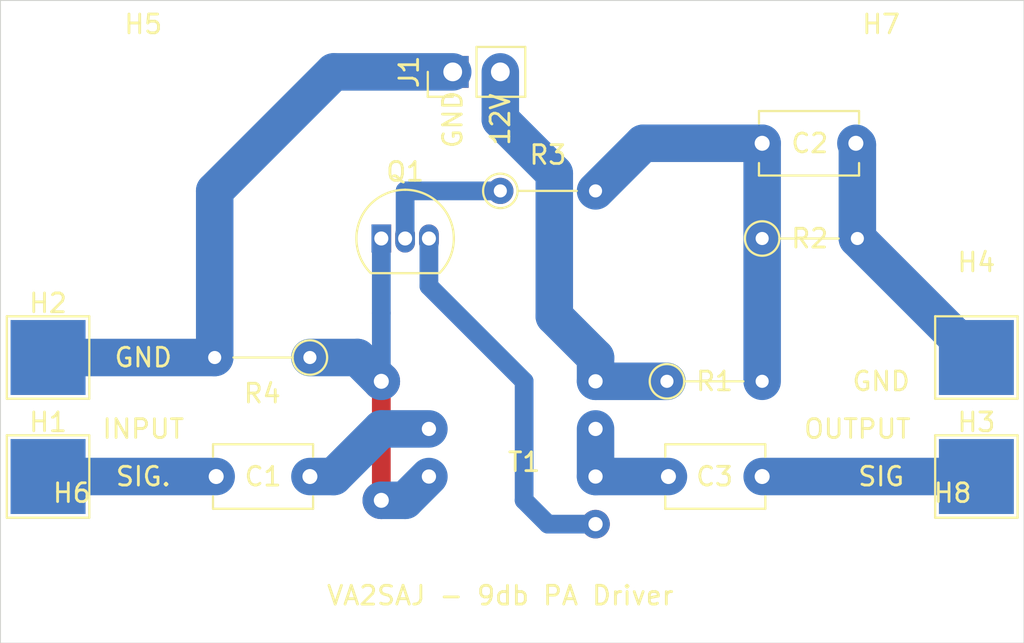
<source format=kicad_pcb>
(kicad_pcb (version 20171130) (host pcbnew "(5.1.5)-3")

  (general
    (thickness 1.6)
    (drawings 13)
    (tracks 42)
    (zones 0)
    (modules 18)
    (nets 11)
  )

  (page A4)
  (layers
    (0 F.Cu signal)
    (31 B.Cu signal)
    (32 B.Adhes user)
    (33 F.Adhes user)
    (34 B.Paste user)
    (35 F.Paste user)
    (36 B.SilkS user)
    (37 F.SilkS user)
    (38 B.Mask user)
    (39 F.Mask user)
    (40 Dwgs.User user)
    (41 Cmts.User user)
    (42 Eco1.User user)
    (43 Eco2.User user)
    (44 Edge.Cuts user)
    (45 Margin user)
    (46 B.CrtYd user)
    (47 F.CrtYd user)
    (48 B.Fab user)
    (49 F.Fab user)
  )

  (setup
    (last_trace_width 2)
    (user_trace_width 1)
    (user_trace_width 2)
    (trace_clearance 0.2)
    (zone_clearance 0.508)
    (zone_45_only no)
    (trace_min 0.2)
    (via_size 0.8)
    (via_drill 0.4)
    (via_min_size 0.4)
    (via_min_drill 0.3)
    (uvia_size 0.3)
    (uvia_drill 0.1)
    (uvias_allowed no)
    (uvia_min_size 0.2)
    (uvia_min_drill 0.1)
    (edge_width 0.05)
    (segment_width 0.2)
    (pcb_text_width 0.3)
    (pcb_text_size 1.5 1.5)
    (mod_edge_width 0.12)
    (mod_text_size 1 1)
    (mod_text_width 0.15)
    (pad_size 4 4)
    (pad_drill 0)
    (pad_to_mask_clearance 0.051)
    (solder_mask_min_width 0.25)
    (aux_axis_origin 0 0)
    (grid_origin 72.39 128.27)
    (visible_elements 7FFFFFFF)
    (pcbplotparams
      (layerselection 0x010fc_ffffffff)
      (usegerberextensions false)
      (usegerberattributes false)
      (usegerberadvancedattributes false)
      (creategerberjobfile false)
      (excludeedgelayer true)
      (linewidth 0.100000)
      (plotframeref false)
      (viasonmask false)
      (mode 1)
      (useauxorigin false)
      (hpglpennumber 1)
      (hpglpenspeed 20)
      (hpglpendiameter 15.000000)
      (psnegative false)
      (psa4output false)
      (plotreference true)
      (plotvalue true)
      (plotinvisibletext false)
      (padsonsilk false)
      (subtractmaskfromsilk false)
      (outputformat 1)
      (mirror false)
      (drillshape 1)
      (scaleselection 1)
      (outputdirectory ""))
  )

  (net 0 "")
  (net 1 "Net-(Q1-Pad1)")
  (net 2 "Net-(Q1-Pad3)")
  (net 3 "Net-(Q1-Pad2)")
  (net 4 "Net-(C1-Pad2)")
  (net 5 "Net-(C1-Pad1)")
  (net 6 GND)
  (net 7 "Net-(C2-Pad1)")
  (net 8 "Net-(C3-Pad2)")
  (net 9 "Net-(C3-Pad1)")
  (net 10 +12V)

  (net_class Default "This is the default net class."
    (clearance 0.2)
    (trace_width 0.25)
    (via_dia 0.8)
    (via_drill 0.4)
    (uvia_dia 0.3)
    (uvia_drill 0.1)
    (add_net +12V)
    (add_net GND)
    (add_net "Net-(C1-Pad1)")
    (add_net "Net-(C1-Pad2)")
    (add_net "Net-(C2-Pad1)")
    (add_net "Net-(C3-Pad1)")
    (add_net "Net-(C3-Pad2)")
    (add_net "Net-(Q1-Pad1)")
    (add_net "Net-(Q1-Pad2)")
    (add_net "Net-(Q1-Pad3)")
  )

  (module MountingHole:MountingHole_3.2mm_M3 (layer F.Cu) (tedit 56D1B4CB) (tstamp 5E65DE91)
    (at 123.19 124.46)
    (descr "Mounting Hole 3.2mm, no annular, M3")
    (tags "mounting hole 3.2mm no annular m3")
    (path /5E671EEE)
    (attr virtual)
    (fp_text reference H8 (at 0 -4.2) (layer F.SilkS)
      (effects (font (size 1 1) (thickness 0.15)))
    )
    (fp_text value M4 (at -3.81 2.54) (layer F.Fab)
      (effects (font (size 1 1) (thickness 0.15)))
    )
    (fp_circle (center 0 0) (end 3.45 0) (layer F.CrtYd) (width 0.05))
    (fp_circle (center 0 0) (end 3.2 0) (layer Cmts.User) (width 0.15))
    (fp_text user %R (at 0.3 0) (layer F.Fab)
      (effects (font (size 1 1) (thickness 0.15)))
    )
    (pad 1 np_thru_hole circle (at 0 0) (size 3.2 3.2) (drill 3.2) (layers *.Cu *.Mask))
  )

  (module MountingHole:MountingHole_3.2mm_M3 (layer F.Cu) (tedit 56D1B4CB) (tstamp 5E65DE89)
    (at 123.19 97.79)
    (descr "Mounting Hole 3.2mm, no annular, M3")
    (tags "mounting hole 3.2mm no annular m3")
    (path /5E671848)
    (attr virtual)
    (fp_text reference H7 (at -3.81 -2.54) (layer F.SilkS)
      (effects (font (size 1 1) (thickness 0.15)))
    )
    (fp_text value M3 (at 0 4.2) (layer F.Fab)
      (effects (font (size 1 1) (thickness 0.15)))
    )
    (fp_circle (center 0 0) (end 3.45 0) (layer F.CrtYd) (width 0.05))
    (fp_circle (center 0 0) (end 3.2 0) (layer Cmts.User) (width 0.15))
    (fp_text user %R (at 0.3 0) (layer F.Fab)
      (effects (font (size 1 1) (thickness 0.15)))
    )
    (pad 1 np_thru_hole circle (at 0 0) (size 3.2 3.2) (drill 3.2) (layers *.Cu *.Mask))
  )

  (module MountingHole:MountingHole_3.2mm_M3 (layer F.Cu) (tedit 56D1B4CB) (tstamp 5E65DE81)
    (at 76.2 124.46)
    (descr "Mounting Hole 3.2mm, no annular, M3")
    (tags "mounting hole 3.2mm no annular m3")
    (path /5E670E6D)
    (attr virtual)
    (fp_text reference H6 (at 0 -4.2) (layer F.SilkS)
      (effects (font (size 1 1) (thickness 0.15)))
    )
    (fp_text value M2 (at 3.81 2.54) (layer F.Fab)
      (effects (font (size 1 1) (thickness 0.15)))
    )
    (fp_circle (center 0 0) (end 3.45 0) (layer F.CrtYd) (width 0.05))
    (fp_circle (center 0 0) (end 3.2 0) (layer Cmts.User) (width 0.15))
    (fp_text user %R (at 0.3 0) (layer F.Fab)
      (effects (font (size 1 1) (thickness 0.15)))
    )
    (pad 1 np_thru_hole circle (at 0 0) (size 3.2 3.2) (drill 3.2) (layers *.Cu *.Mask))
  )

  (module MountingHole:MountingHole_3.2mm_M3 (layer F.Cu) (tedit 56D1B4CB) (tstamp 5E65DE79)
    (at 76.2 97.79)
    (descr "Mounting Hole 3.2mm, no annular, M3")
    (tags "mounting hole 3.2mm no annular m3")
    (path /5E67053F)
    (attr virtual)
    (fp_text reference H5 (at 3.81 -2.54) (layer F.SilkS)
      (effects (font (size 1 1) (thickness 0.15)))
    )
    (fp_text value M1 (at 0 4.2) (layer F.Fab)
      (effects (font (size 1 1) (thickness 0.15)))
    )
    (fp_circle (center 0 0) (end 3.45 0) (layer F.CrtYd) (width 0.05))
    (fp_circle (center 0 0) (end 3.2 0) (layer Cmts.User) (width 0.15))
    (fp_text user %R (at 0.3 0) (layer F.Fab)
      (effects (font (size 1 1) (thickness 0.15)))
    )
    (pad 1 np_thru_hole circle (at 0 0) (size 3.2 3.2) (drill 3.2) (layers *.Cu *.Mask))
  )

  (module Connector_PinHeader_2.54mm:PinHeader_1x02_P2.54mm_Vertical (layer F.Cu) (tedit 59FED5CC) (tstamp 5E655B81)
    (at 96.52 97.79 90)
    (descr "Through hole straight pin header, 1x02, 2.54mm pitch, single row")
    (tags "Through hole pin header THT 1x02 2.54mm single row")
    (path /5E61225F)
    (fp_text reference J1 (at 0 -2.33 90) (layer F.SilkS)
      (effects (font (size 1 1) (thickness 0.15)))
    )
    (fp_text value "Power Connector" (at 2.54 1.27) (layer F.Fab)
      (effects (font (size 1 1) (thickness 0.15)))
    )
    (fp_text user %R (at 0 1.27) (layer F.Fab)
      (effects (font (size 1 1) (thickness 0.15)))
    )
    (fp_line (start 1.8 -1.8) (end -1.8 -1.8) (layer F.CrtYd) (width 0.05))
    (fp_line (start 1.8 4.35) (end 1.8 -1.8) (layer F.CrtYd) (width 0.05))
    (fp_line (start -1.8 4.35) (end 1.8 4.35) (layer F.CrtYd) (width 0.05))
    (fp_line (start -1.8 -1.8) (end -1.8 4.35) (layer F.CrtYd) (width 0.05))
    (fp_line (start -1.33 -1.33) (end 0 -1.33) (layer F.SilkS) (width 0.12))
    (fp_line (start -1.33 0) (end -1.33 -1.33) (layer F.SilkS) (width 0.12))
    (fp_line (start -1.33 1.27) (end 1.33 1.27) (layer F.SilkS) (width 0.12))
    (fp_line (start 1.33 1.27) (end 1.33 3.87) (layer F.SilkS) (width 0.12))
    (fp_line (start -1.33 1.27) (end -1.33 3.87) (layer F.SilkS) (width 0.12))
    (fp_line (start -1.33 3.87) (end 1.33 3.87) (layer F.SilkS) (width 0.12))
    (fp_line (start -1.27 -0.635) (end -0.635 -1.27) (layer F.Fab) (width 0.1))
    (fp_line (start -1.27 3.81) (end -1.27 -0.635) (layer F.Fab) (width 0.1))
    (fp_line (start 1.27 3.81) (end -1.27 3.81) (layer F.Fab) (width 0.1))
    (fp_line (start 1.27 -1.27) (end 1.27 3.81) (layer F.Fab) (width 0.1))
    (fp_line (start -0.635 -1.27) (end 1.27 -1.27) (layer F.Fab) (width 0.1))
    (pad 2 thru_hole oval (at 0 2.54 90) (size 1.7 1.7) (drill 1) (layers *.Cu *.Mask)
      (net 10 +12V))
    (pad 1 thru_hole rect (at 0 0 90) (size 1.7 1.7) (drill 1) (layers *.Cu *.Mask)
      (net 6 GND))
    (model ${KISYS3DMOD}/Connector_PinHeader_2.54mm.3dshapes/PinHeader_1x02_P2.54mm_Vertical.wrl
      (at (xyz 0 0 0))
      (scale (xyz 1 1 1))
      (rotate (xyz 0 0 0))
    )
  )

  (module Resistor_THT:R_Axial_DIN0204_L3.6mm_D1.6mm_P5.08mm_Vertical (layer F.Cu) (tedit 5AE5139B) (tstamp 5E655C01)
    (at 88.9 113.03 180)
    (descr "Resistor, Axial_DIN0204 series, Axial, Vertical, pin pitch=5.08mm, 0.167W, length*diameter=3.6*1.6mm^2, http://cdn-reichelt.de/documents/datenblatt/B400/1_4W%23YAG.pdf")
    (tags "Resistor Axial_DIN0204 series Axial Vertical pin pitch 5.08mm 0.167W length 3.6mm diameter 1.6mm")
    (path /5E5F0B81)
    (fp_text reference R4 (at 2.54 -1.92) (layer F.SilkS)
      (effects (font (size 1 1) (thickness 0.15)))
    )
    (fp_text value 47ohm (at 2.54 1.92) (layer F.Fab)
      (effects (font (size 1 1) (thickness 0.15)))
    )
    (fp_text user %R (at 2.54 -1.92) (layer F.Fab)
      (effects (font (size 1 1) (thickness 0.15)))
    )
    (fp_line (start 6.03 -1.05) (end -1.05 -1.05) (layer F.CrtYd) (width 0.05))
    (fp_line (start 6.03 1.05) (end 6.03 -1.05) (layer F.CrtYd) (width 0.05))
    (fp_line (start -1.05 1.05) (end 6.03 1.05) (layer F.CrtYd) (width 0.05))
    (fp_line (start -1.05 -1.05) (end -1.05 1.05) (layer F.CrtYd) (width 0.05))
    (fp_line (start 0.92 0) (end 4.08 0) (layer F.SilkS) (width 0.12))
    (fp_line (start 0 0) (end 5.08 0) (layer F.Fab) (width 0.1))
    (fp_circle (center 0 0) (end 0.92 0) (layer F.SilkS) (width 0.12))
    (fp_circle (center 0 0) (end 0.8 0) (layer F.Fab) (width 0.1))
    (pad 2 thru_hole oval (at 5.08 0 180) (size 1.4 1.4) (drill 0.7) (layers *.Cu *.Mask)
      (net 6 GND))
    (pad 1 thru_hole circle (at 0 0 180) (size 1.4 1.4) (drill 0.7) (layers *.Cu *.Mask)
      (net 1 "Net-(Q1-Pad1)"))
    (model ${KISYS3DMOD}/Resistor_THT.3dshapes/R_Axial_DIN0204_L3.6mm_D1.6mm_P5.08mm_Vertical.wrl
      (at (xyz 0 0 0))
      (scale (xyz 1 1 1))
      (rotate (xyz 0 0 0))
    )
  )

  (module Resistor_THT:R_Axial_DIN0204_L3.6mm_D1.6mm_P5.08mm_Vertical (layer F.Cu) (tedit 5AE5139B) (tstamp 5E655BF2)
    (at 99.06 104.14)
    (descr "Resistor, Axial_DIN0204 series, Axial, Vertical, pin pitch=5.08mm, 0.167W, length*diameter=3.6*1.6mm^2, http://cdn-reichelt.de/documents/datenblatt/B400/1_4W%23YAG.pdf")
    (tags "Resistor Axial_DIN0204 series Axial Vertical pin pitch 5.08mm 0.167W length 3.6mm diameter 1.6mm")
    (path /5E5F110C)
    (fp_text reference R3 (at 2.54 -1.92) (layer F.SilkS)
      (effects (font (size 1 1) (thickness 0.15)))
    )
    (fp_text value "4.7 ohm" (at 2.54 1.92) (layer F.Fab)
      (effects (font (size 1 1) (thickness 0.15)))
    )
    (fp_text user %R (at 2.54 -1.92) (layer F.Fab)
      (effects (font (size 1 1) (thickness 0.15)))
    )
    (fp_line (start 6.03 -1.05) (end -1.05 -1.05) (layer F.CrtYd) (width 0.05))
    (fp_line (start 6.03 1.05) (end 6.03 -1.05) (layer F.CrtYd) (width 0.05))
    (fp_line (start -1.05 1.05) (end 6.03 1.05) (layer F.CrtYd) (width 0.05))
    (fp_line (start -1.05 -1.05) (end -1.05 1.05) (layer F.CrtYd) (width 0.05))
    (fp_line (start 0.92 0) (end 4.08 0) (layer F.SilkS) (width 0.12))
    (fp_line (start 0 0) (end 5.08 0) (layer F.Fab) (width 0.1))
    (fp_circle (center 0 0) (end 0.92 0) (layer F.SilkS) (width 0.12))
    (fp_circle (center 0 0) (end 0.8 0) (layer F.Fab) (width 0.1))
    (pad 2 thru_hole oval (at 5.08 0) (size 1.4 1.4) (drill 0.7) (layers *.Cu *.Mask)
      (net 7 "Net-(C2-Pad1)"))
    (pad 1 thru_hole circle (at 0 0) (size 1.4 1.4) (drill 0.7) (layers *.Cu *.Mask)
      (net 3 "Net-(Q1-Pad2)"))
    (model ${KISYS3DMOD}/Resistor_THT.3dshapes/R_Axial_DIN0204_L3.6mm_D1.6mm_P5.08mm_Vertical.wrl
      (at (xyz 0 0 0))
      (scale (xyz 1 1 1))
      (rotate (xyz 0 0 0))
    )
  )

  (module Resistor_THT:R_Axial_DIN0204_L3.6mm_D1.6mm_P5.08mm_Vertical (layer F.Cu) (tedit 5AE5139B) (tstamp 5E655BE3)
    (at 113.03 106.68)
    (descr "Resistor, Axial_DIN0204 series, Axial, Vertical, pin pitch=5.08mm, 0.167W, length*diameter=3.6*1.6mm^2, http://cdn-reichelt.de/documents/datenblatt/B400/1_4W%23YAG.pdf")
    (tags "Resistor Axial_DIN0204 series Axial Vertical pin pitch 5.08mm 0.167W length 3.6mm diameter 1.6mm")
    (path /5E5F0546)
    (fp_text reference R2 (at 2.54 0) (layer F.SilkS)
      (effects (font (size 1 1) (thickness 0.15)))
    )
    (fp_text value 1k (at 2.54 1.92) (layer F.Fab)
      (effects (font (size 1 1) (thickness 0.15)))
    )
    (fp_text user %R (at 2.54 0) (layer F.Fab)
      (effects (font (size 1 1) (thickness 0.15)))
    )
    (fp_line (start 6.03 -1.05) (end -1.05 -1.05) (layer F.CrtYd) (width 0.05))
    (fp_line (start 6.03 1.05) (end 6.03 -1.05) (layer F.CrtYd) (width 0.05))
    (fp_line (start -1.05 1.05) (end 6.03 1.05) (layer F.CrtYd) (width 0.05))
    (fp_line (start -1.05 -1.05) (end -1.05 1.05) (layer F.CrtYd) (width 0.05))
    (fp_line (start 0.92 0) (end 4.08 0) (layer F.SilkS) (width 0.12))
    (fp_line (start 0 0) (end 5.08 0) (layer F.Fab) (width 0.1))
    (fp_circle (center 0 0) (end 0.92 0) (layer F.SilkS) (width 0.12))
    (fp_circle (center 0 0) (end 0.8 0) (layer F.Fab) (width 0.1))
    (pad 2 thru_hole oval (at 5.08 0) (size 1.4 1.4) (drill 0.7) (layers *.Cu *.Mask)
      (net 6 GND))
    (pad 1 thru_hole circle (at 0 0) (size 1.4 1.4) (drill 0.7) (layers *.Cu *.Mask)
      (net 7 "Net-(C2-Pad1)"))
    (model ${KISYS3DMOD}/Resistor_THT.3dshapes/R_Axial_DIN0204_L3.6mm_D1.6mm_P5.08mm_Vertical.wrl
      (at (xyz 0 0 0))
      (scale (xyz 1 1 1))
      (rotate (xyz 0 0 0))
    )
  )

  (module Resistor_THT:R_Axial_DIN0204_L3.6mm_D1.6mm_P5.08mm_Vertical (layer F.Cu) (tedit 5AE5139B) (tstamp 5E655BD4)
    (at 107.95 114.3)
    (descr "Resistor, Axial_DIN0204 series, Axial, Vertical, pin pitch=5.08mm, 0.167W, length*diameter=3.6*1.6mm^2, http://cdn-reichelt.de/documents/datenblatt/B400/1_4W%23YAG.pdf")
    (tags "Resistor Axial_DIN0204 series Axial Vertical pin pitch 5.08mm 0.167W length 3.6mm diameter 1.6mm")
    (path /5E5EFD5B)
    (fp_text reference R1 (at 2.54 0) (layer F.SilkS)
      (effects (font (size 1 1) (thickness 0.15)))
    )
    (fp_text value 3.9k (at 2.54 1.92) (layer F.Fab)
      (effects (font (size 1 1) (thickness 0.15)))
    )
    (fp_text user %R (at 2.54 0) (layer F.Fab)
      (effects (font (size 1 1) (thickness 0.15)))
    )
    (fp_line (start 6.03 -1.05) (end -1.05 -1.05) (layer F.CrtYd) (width 0.05))
    (fp_line (start 6.03 1.05) (end 6.03 -1.05) (layer F.CrtYd) (width 0.05))
    (fp_line (start -1.05 1.05) (end 6.03 1.05) (layer F.CrtYd) (width 0.05))
    (fp_line (start -1.05 -1.05) (end -1.05 1.05) (layer F.CrtYd) (width 0.05))
    (fp_line (start 0.92 0) (end 4.08 0) (layer F.SilkS) (width 0.12))
    (fp_line (start 0 0) (end 5.08 0) (layer F.Fab) (width 0.1))
    (fp_circle (center 0 0) (end 0.92 0) (layer F.SilkS) (width 0.12))
    (fp_circle (center 0 0) (end 0.8 0) (layer F.Fab) (width 0.1))
    (pad 2 thru_hole oval (at 5.08 0) (size 1.4 1.4) (drill 0.7) (layers *.Cu *.Mask)
      (net 7 "Net-(C2-Pad1)"))
    (pad 1 thru_hole circle (at 0 0) (size 1.4 1.4) (drill 0.7) (layers *.Cu *.Mask)
      (net 10 +12V))
    (model ${KISYS3DMOD}/Resistor_THT.3dshapes/R_Axial_DIN0204_L3.6mm_D1.6mm_P5.08mm_Vertical.wrl
      (at (xyz 0 0 0))
      (scale (xyz 1 1 1))
      (rotate (xyz 0 0 0))
    )
  )

  (module "pa-driver:Transformer2 1p 2s Binocular" (layer F.Cu) (tedit 5E652703) (tstamp 5E655C89)
    (at 100.33 118.11)
    (path /5E5F77E7)
    (fp_text reference T1 (at 0 0.5) (layer F.SilkS)
      (effects (font (size 1 1) (thickness 0.15)))
    )
    (fp_text value Transformer_1P_2S (at 0 -6.35) (layer F.Fab)
      (effects (font (size 1 1) (thickness 0.15)))
    )
    (fp_line (start 6.35 -5.08) (end -6.35 -5.08) (layer F.Fab) (width 0.12))
    (fp_line (start 6.35 5.08) (end 6.35 -5.08) (layer F.Fab) (width 0.12))
    (fp_line (start -6.35 5.08) (end 6.35 5.08) (layer F.Fab) (width 0.12))
    (fp_line (start -6.35 -5.08) (end -6.35 5.08) (layer F.Fab) (width 0.12))
    (fp_text user 6 (at 5.08 3.81) (layer F.Fab)
      (effects (font (size 1 1) (thickness 0.15)))
    )
    (fp_text user 5 (at 5.08 1.27) (layer F.Fab)
      (effects (font (size 1 1) (thickness 0.15)))
    )
    (fp_text user 4 (at 5.08 -1.27) (layer F.Fab)
      (effects (font (size 1 1) (thickness 0.15)))
    )
    (fp_text user 3 (at 5.08 -3.81) (layer F.Fab)
      (effects (font (size 1 1) (thickness 0.15)))
    )
    (fp_text user 2 (at -3.81 1.27) (layer F.Fab)
      (effects (font (size 1 1) (thickness 0.15)))
    )
    (fp_text user 1 (at -3.81 -1.27) (layer F.Fab)
      (effects (font (size 1 1) (thickness 0.15)))
    )
    (pad 6 thru_hole circle (at 3.81 3.81) (size 1.524 1.524) (drill 0.762) (layers *.Cu *.Mask)
      (net 2 "Net-(Q1-Pad3)"))
    (pad 5 thru_hole circle (at 3.81 1.27) (size 1.524 1.524) (drill 0.762) (layers *.Cu *.Mask)
      (net 8 "Net-(C3-Pad2)"))
    (pad 4 thru_hole circle (at 3.81 -1.27) (size 1.524 1.524) (drill 0.762) (layers *.Cu *.Mask)
      (net 8 "Net-(C3-Pad2)"))
    (pad 3 thru_hole circle (at 3.81 -3.81) (size 1.524 1.524) (drill 0.762) (layers *.Cu *.Mask)
      (net 10 +12V))
    (pad 2 thru_hole circle (at -5.08 1.27) (size 1.524 1.524) (drill 0.762) (layers *.Cu *.Mask)
      (net 1 "Net-(Q1-Pad1)"))
    (pad 1 thru_hole circle (at -5.08 -1.27) (size 1.524 1.524) (drill 0.762) (layers *.Cu *.Mask)
      (net 5 "Net-(C1-Pad1)"))
  )

  (module TestPoint:TestPoint_Pad_4.0x4.0mm (layer F.Cu) (tedit 5E6528D5) (tstamp 5E655B4E)
    (at 124.46 113.03)
    (descr "SMD rectangular pad as test Point, square 4.0mm side length")
    (tags "test point SMD pad rectangle square")
    (path /5E608EA9)
    (attr virtual)
    (fp_text reference H4 (at 0 -5.08) (layer F.SilkS)
      (effects (font (size 1 1) (thickness 0.15)))
    )
    (fp_text value GND (at -5.08 1.27) (layer F.Fab)
      (effects (font (size 1 1) (thickness 0.15)))
    )
    (fp_line (start 2.5 2.5) (end -2.5 2.5) (layer F.CrtYd) (width 0.05))
    (fp_line (start 2.5 2.5) (end 2.5 -2.5) (layer F.CrtYd) (width 0.05))
    (fp_line (start -2.5 -2.5) (end -2.5 2.5) (layer F.CrtYd) (width 0.05))
    (fp_line (start -2.5 -2.5) (end 2.5 -2.5) (layer F.CrtYd) (width 0.05))
    (fp_line (start -2.2 2.2) (end -2.2 -2.2) (layer F.SilkS) (width 0.12))
    (fp_line (start 2.2 2.2) (end -2.2 2.2) (layer F.SilkS) (width 0.12))
    (fp_line (start 2.2 -2.2) (end 2.2 2.2) (layer F.SilkS) (width 0.12))
    (fp_line (start -2.2 -2.2) (end 2.2 -2.2) (layer F.SilkS) (width 0.12))
    (fp_text user %R (at 0 -5.08) (layer F.Fab)
      (effects (font (size 1 1) (thickness 0.15)))
    )
    (pad 1 smd rect (at 0 0) (size 4 4) (layers B.Cu B.Mask)
      (net 6 GND))
  )

  (module TestPoint:TestPoint_Pad_4.0x4.0mm (layer F.Cu) (tedit 5E6528CB) (tstamp 5E655B40)
    (at 124.46 119.38)
    (descr "SMD rectangular pad as test Point, square 4.0mm side length")
    (tags "test point SMD pad rectangle square")
    (path /5E6085AB)
    (attr virtual)
    (fp_text reference H3 (at 0 -2.898) (layer F.SilkS)
      (effects (font (size 1 1) (thickness 0.15)))
    )
    (fp_text value Out-sig (at -5.08 2.54) (layer F.Fab)
      (effects (font (size 1 1) (thickness 0.15)))
    )
    (fp_line (start 2.5 2.5) (end -2.5 2.5) (layer F.CrtYd) (width 0.05))
    (fp_line (start 2.5 2.5) (end 2.5 -2.5) (layer F.CrtYd) (width 0.05))
    (fp_line (start -2.5 -2.5) (end -2.5 2.5) (layer F.CrtYd) (width 0.05))
    (fp_line (start -2.5 -2.5) (end 2.5 -2.5) (layer F.CrtYd) (width 0.05))
    (fp_line (start -2.2 2.2) (end -2.2 -2.2) (layer F.SilkS) (width 0.12))
    (fp_line (start 2.2 2.2) (end -2.2 2.2) (layer F.SilkS) (width 0.12))
    (fp_line (start 2.2 -2.2) (end 2.2 2.2) (layer F.SilkS) (width 0.12))
    (fp_line (start -2.2 -2.2) (end 2.2 -2.2) (layer F.SilkS) (width 0.12))
    (fp_text user %R (at 0 -2.9) (layer F.Fab)
      (effects (font (size 1 1) (thickness 0.15)))
    )
    (pad 1 smd rect (at 0 0) (size 4 4) (layers B.Cu B.Mask)
      (net 9 "Net-(C3-Pad1)"))
  )

  (module TestPoint:TestPoint_Pad_4.0x4.0mm (layer F.Cu) (tedit 5E6528E5) (tstamp 5E655B32)
    (at 74.93 113.03)
    (descr "SMD rectangular pad as test Point, square 4.0mm side length")
    (tags "test point SMD pad rectangle square")
    (path /5E607FA9)
    (attr virtual)
    (fp_text reference H2 (at 0 -2.898) (layer F.SilkS)
      (effects (font (size 1 1) (thickness 0.15)))
    )
    (fp_text value "GND Sig" (at 1.27 -5.08) (layer F.Fab)
      (effects (font (size 1 1) (thickness 0.15)))
    )
    (fp_line (start 2.5 2.5) (end -2.5 2.5) (layer F.CrtYd) (width 0.05))
    (fp_line (start 2.5 2.5) (end 2.5 -2.5) (layer F.CrtYd) (width 0.05))
    (fp_line (start -2.5 -2.5) (end -2.5 2.5) (layer F.CrtYd) (width 0.05))
    (fp_line (start -2.5 -2.5) (end 2.5 -2.5) (layer F.CrtYd) (width 0.05))
    (fp_line (start -2.2 2.2) (end -2.2 -2.2) (layer F.SilkS) (width 0.12))
    (fp_line (start 2.2 2.2) (end -2.2 2.2) (layer F.SilkS) (width 0.12))
    (fp_line (start 2.2 -2.2) (end 2.2 2.2) (layer F.SilkS) (width 0.12))
    (fp_line (start -2.2 -2.2) (end 2.2 -2.2) (layer F.SilkS) (width 0.12))
    (fp_text user %R (at 0 -2.9) (layer F.Fab)
      (effects (font (size 1 1) (thickness 0.15)))
    )
    (pad 1 smd rect (at 0 0) (size 4 4) (layers B.Cu B.Mask)
      (net 6 GND))
  )

  (module TestPoint:TestPoint_Pad_4.0x4.0mm (layer F.Cu) (tedit 5E652908) (tstamp 5E655B24)
    (at 74.93 119.38)
    (descr "SMD rectangular pad as test Point, square 4.0mm side length")
    (tags "test point SMD pad rectangle square")
    (path /5E607763)
    (attr virtual)
    (fp_text reference H1 (at 0 -2.898) (layer F.SilkS)
      (effects (font (size 1 1) (thickness 0.15)))
    )
    (fp_text value In-Sig (at 5.08 2.54) (layer F.Fab)
      (effects (font (size 1 1) (thickness 0.15)))
    )
    (fp_line (start 2.5 2.5) (end -2.5 2.5) (layer F.CrtYd) (width 0.05))
    (fp_line (start 2.5 2.5) (end 2.5 -2.5) (layer F.CrtYd) (width 0.05))
    (fp_line (start -2.5 -2.5) (end -2.5 2.5) (layer F.CrtYd) (width 0.05))
    (fp_line (start -2.5 -2.5) (end 2.5 -2.5) (layer F.CrtYd) (width 0.05))
    (fp_line (start -2.2 2.2) (end -2.2 -2.2) (layer F.SilkS) (width 0.12))
    (fp_line (start 2.2 2.2) (end -2.2 2.2) (layer F.SilkS) (width 0.12))
    (fp_line (start 2.2 -2.2) (end 2.2 2.2) (layer F.SilkS) (width 0.12))
    (fp_line (start -2.2 -2.2) (end 2.2 -2.2) (layer F.SilkS) (width 0.12))
    (fp_text user %R (at 0 -2.9) (layer F.Fab)
      (effects (font (size 1 1) (thickness 0.15)))
    )
    (pad 1 smd rect (at 0 0) (size 4 4) (layers B.Cu B.Mask)
      (net 4 "Net-(C1-Pad2)"))
  )

  (module Capacitor_THT:C_Disc_D5.1mm_W3.2mm_P5.00mm (layer F.Cu) (tedit 5AE50EF0) (tstamp 5E655B16)
    (at 113.03 119.38 180)
    (descr "C, Disc series, Radial, pin pitch=5.00mm, , diameter*width=5.1*3.2mm^2, Capacitor, http://www.vishay.com/docs/45233/krseries.pdf")
    (tags "C Disc series Radial pin pitch 5.00mm  diameter 5.1mm width 3.2mm Capacitor")
    (path /5E5F4293)
    (fp_text reference C3 (at 2.54 0) (layer F.SilkS)
      (effects (font (size 1 1) (thickness 0.15)))
    )
    (fp_text value 100nf (at 2.54 -2.54) (layer F.Fab)
      (effects (font (size 1 1) (thickness 0.15)))
    )
    (fp_text user %R (at 2.5 0) (layer F.Fab)
      (effects (font (size 1 1) (thickness 0.15)))
    )
    (fp_line (start 6.05 -1.85) (end -1.05 -1.85) (layer F.CrtYd) (width 0.05))
    (fp_line (start 6.05 1.85) (end 6.05 -1.85) (layer F.CrtYd) (width 0.05))
    (fp_line (start -1.05 1.85) (end 6.05 1.85) (layer F.CrtYd) (width 0.05))
    (fp_line (start -1.05 -1.85) (end -1.05 1.85) (layer F.CrtYd) (width 0.05))
    (fp_line (start 5.17 1.055) (end 5.17 1.721) (layer F.SilkS) (width 0.12))
    (fp_line (start 5.17 -1.721) (end 5.17 -1.055) (layer F.SilkS) (width 0.12))
    (fp_line (start -0.17 1.055) (end -0.17 1.721) (layer F.SilkS) (width 0.12))
    (fp_line (start -0.17 -1.721) (end -0.17 -1.055) (layer F.SilkS) (width 0.12))
    (fp_line (start -0.17 1.721) (end 5.17 1.721) (layer F.SilkS) (width 0.12))
    (fp_line (start -0.17 -1.721) (end 5.17 -1.721) (layer F.SilkS) (width 0.12))
    (fp_line (start 5.05 -1.6) (end -0.05 -1.6) (layer F.Fab) (width 0.1))
    (fp_line (start 5.05 1.6) (end 5.05 -1.6) (layer F.Fab) (width 0.1))
    (fp_line (start -0.05 1.6) (end 5.05 1.6) (layer F.Fab) (width 0.1))
    (fp_line (start -0.05 -1.6) (end -0.05 1.6) (layer F.Fab) (width 0.1))
    (pad 2 thru_hole circle (at 5 0 180) (size 1.6 1.6) (drill 0.8) (layers *.Cu *.Mask)
      (net 8 "Net-(C3-Pad2)"))
    (pad 1 thru_hole circle (at 0 0 180) (size 1.6 1.6) (drill 0.8) (layers *.Cu *.Mask)
      (net 9 "Net-(C3-Pad1)"))
    (model ${KISYS3DMOD}/Capacitor_THT.3dshapes/C_Disc_D5.1mm_W3.2mm_P5.00mm.wrl
      (at (xyz 0 0 0))
      (scale (xyz 1 1 1))
      (rotate (xyz 0 0 0))
    )
  )

  (module Capacitor_THT:C_Disc_D5.1mm_W3.2mm_P5.00mm (layer F.Cu) (tedit 5AE50EF0) (tstamp 5E655B01)
    (at 113.03 101.6)
    (descr "C, Disc series, Radial, pin pitch=5.00mm, , diameter*width=5.1*3.2mm^2, Capacitor, http://www.vishay.com/docs/45233/krseries.pdf")
    (tags "C Disc series Radial pin pitch 5.00mm  diameter 5.1mm width 3.2mm Capacitor")
    (path /5E5F3DA9)
    (fp_text reference C2 (at 2.54 0) (layer F.SilkS)
      (effects (font (size 1 1) (thickness 0.15)))
    )
    (fp_text value 100nf (at 2.54 -2.54) (layer F.Fab)
      (effects (font (size 1 1) (thickness 0.15)))
    )
    (fp_text user %R (at 2.5 0) (layer F.Fab)
      (effects (font (size 1 1) (thickness 0.15)))
    )
    (fp_line (start 6.05 -1.85) (end -1.05 -1.85) (layer F.CrtYd) (width 0.05))
    (fp_line (start 6.05 1.85) (end 6.05 -1.85) (layer F.CrtYd) (width 0.05))
    (fp_line (start -1.05 1.85) (end 6.05 1.85) (layer F.CrtYd) (width 0.05))
    (fp_line (start -1.05 -1.85) (end -1.05 1.85) (layer F.CrtYd) (width 0.05))
    (fp_line (start 5.17 1.055) (end 5.17 1.721) (layer F.SilkS) (width 0.12))
    (fp_line (start 5.17 -1.721) (end 5.17 -1.055) (layer F.SilkS) (width 0.12))
    (fp_line (start -0.17 1.055) (end -0.17 1.721) (layer F.SilkS) (width 0.12))
    (fp_line (start -0.17 -1.721) (end -0.17 -1.055) (layer F.SilkS) (width 0.12))
    (fp_line (start -0.17 1.721) (end 5.17 1.721) (layer F.SilkS) (width 0.12))
    (fp_line (start -0.17 -1.721) (end 5.17 -1.721) (layer F.SilkS) (width 0.12))
    (fp_line (start 5.05 -1.6) (end -0.05 -1.6) (layer F.Fab) (width 0.1))
    (fp_line (start 5.05 1.6) (end 5.05 -1.6) (layer F.Fab) (width 0.1))
    (fp_line (start -0.05 1.6) (end 5.05 1.6) (layer F.Fab) (width 0.1))
    (fp_line (start -0.05 -1.6) (end -0.05 1.6) (layer F.Fab) (width 0.1))
    (pad 2 thru_hole circle (at 5 0) (size 1.6 1.6) (drill 0.8) (layers *.Cu *.Mask)
      (net 6 GND))
    (pad 1 thru_hole circle (at 0 0) (size 1.6 1.6) (drill 0.8) (layers *.Cu *.Mask)
      (net 7 "Net-(C2-Pad1)"))
    (model ${KISYS3DMOD}/Capacitor_THT.3dshapes/C_Disc_D5.1mm_W3.2mm_P5.00mm.wrl
      (at (xyz 0 0 0))
      (scale (xyz 1 1 1))
      (rotate (xyz 0 0 0))
    )
  )

  (module Capacitor_THT:C_Disc_D5.1mm_W3.2mm_P5.00mm (layer F.Cu) (tedit 5AE50EF0) (tstamp 5E655AEC)
    (at 88.9 119.38 180)
    (descr "C, Disc series, Radial, pin pitch=5.00mm, , diameter*width=5.1*3.2mm^2, Capacitor, http://www.vishay.com/docs/45233/krseries.pdf")
    (tags "C Disc series Radial pin pitch 5.00mm  diameter 5.1mm width 3.2mm Capacitor")
    (path /5E5F345F)
    (fp_text reference C1 (at 2.5 0) (layer F.SilkS)
      (effects (font (size 1 1) (thickness 0.15)))
    )
    (fp_text value 100nf (at 2.5 2.85) (layer F.Fab)
      (effects (font (size 1 1) (thickness 0.15)))
    )
    (fp_text user %R (at 2.5 0) (layer F.Fab)
      (effects (font (size 1 1) (thickness 0.15)))
    )
    (fp_line (start 6.05 -1.85) (end -1.05 -1.85) (layer F.CrtYd) (width 0.05))
    (fp_line (start 6.05 1.85) (end 6.05 -1.85) (layer F.CrtYd) (width 0.05))
    (fp_line (start -1.05 1.85) (end 6.05 1.85) (layer F.CrtYd) (width 0.05))
    (fp_line (start -1.05 -1.85) (end -1.05 1.85) (layer F.CrtYd) (width 0.05))
    (fp_line (start 5.17 1.055) (end 5.17 1.721) (layer F.SilkS) (width 0.12))
    (fp_line (start 5.17 -1.721) (end 5.17 -1.055) (layer F.SilkS) (width 0.12))
    (fp_line (start -0.17 1.055) (end -0.17 1.721) (layer F.SilkS) (width 0.12))
    (fp_line (start -0.17 -1.721) (end -0.17 -1.055) (layer F.SilkS) (width 0.12))
    (fp_line (start -0.17 1.721) (end 5.17 1.721) (layer F.SilkS) (width 0.12))
    (fp_line (start -0.17 -1.721) (end 5.17 -1.721) (layer F.SilkS) (width 0.12))
    (fp_line (start 5.05 -1.6) (end -0.05 -1.6) (layer F.Fab) (width 0.1))
    (fp_line (start 5.05 1.6) (end 5.05 -1.6) (layer F.Fab) (width 0.1))
    (fp_line (start -0.05 1.6) (end 5.05 1.6) (layer F.Fab) (width 0.1))
    (fp_line (start -0.05 -1.6) (end -0.05 1.6) (layer F.Fab) (width 0.1))
    (pad 2 thru_hole circle (at 5 0 180) (size 1.6 1.6) (drill 0.8) (layers *.Cu *.Mask)
      (net 4 "Net-(C1-Pad2)"))
    (pad 1 thru_hole circle (at 0 0 180) (size 1.6 1.6) (drill 0.8) (layers *.Cu *.Mask)
      (net 5 "Net-(C1-Pad1)"))
    (model ${KISYS3DMOD}/Capacitor_THT.3dshapes/C_Disc_D5.1mm_W3.2mm_P5.00mm.wrl
      (at (xyz 0 0 0))
      (scale (xyz 1 1 1))
      (rotate (xyz 0 0 0))
    )
  )

  (module Package_TO_SOT_THT:TO-92_Inline (layer F.Cu) (tedit 5A1DD157) (tstamp 5E650675)
    (at 92.71 106.68)
    (descr "TO-92 leads in-line, narrow, oval pads, drill 0.75mm (see NXP sot054_po.pdf)")
    (tags "to-92 sc-43 sc-43a sot54 PA33 transistor")
    (path /5E5ED680)
    (fp_text reference Q1 (at 1.27 -3.56) (layer F.SilkS)
      (effects (font (size 1 1) (thickness 0.15)))
    )
    (fp_text value PN2222A (at 1.27 2.79) (layer F.Fab)
      (effects (font (size 1 1) (thickness 0.15)))
    )
    (fp_arc (start 1.27 0) (end 1.27 -2.6) (angle 135) (layer F.SilkS) (width 0.12))
    (fp_arc (start 1.27 0) (end 1.27 -2.48) (angle -135) (layer F.Fab) (width 0.1))
    (fp_arc (start 1.27 0) (end 1.27 -2.6) (angle -135) (layer F.SilkS) (width 0.12))
    (fp_arc (start 1.27 0) (end 1.27 -2.48) (angle 135) (layer F.Fab) (width 0.1))
    (fp_line (start 4 2.01) (end -1.46 2.01) (layer F.CrtYd) (width 0.05))
    (fp_line (start 4 2.01) (end 4 -2.73) (layer F.CrtYd) (width 0.05))
    (fp_line (start -1.46 -2.73) (end -1.46 2.01) (layer F.CrtYd) (width 0.05))
    (fp_line (start -1.46 -2.73) (end 4 -2.73) (layer F.CrtYd) (width 0.05))
    (fp_line (start -0.5 1.75) (end 3 1.75) (layer F.Fab) (width 0.1))
    (fp_line (start -0.53 1.85) (end 3.07 1.85) (layer F.SilkS) (width 0.12))
    (fp_text user %R (at 1.27 -3.56) (layer F.Fab)
      (effects (font (size 1 1) (thickness 0.15)))
    )
    (pad 1 thru_hole rect (at 0 0) (size 1.05 1.5) (drill 0.75) (layers *.Cu *.Mask)
      (net 1 "Net-(Q1-Pad1)"))
    (pad 3 thru_hole oval (at 2.54 0) (size 1.05 1.5) (drill 0.75) (layers *.Cu *.Mask)
      (net 2 "Net-(Q1-Pad3)"))
    (pad 2 thru_hole oval (at 1.27 0) (size 1.05 1.5) (drill 0.75) (layers *.Cu *.Mask)
      (net 3 "Net-(Q1-Pad2)"))
    (model ${KISYS3DMOD}/Package_TO_SOT_THT.3dshapes/TO-92_Inline.wrl
      (at (xyz 0 0 0))
      (scale (xyz 1 1 1))
      (rotate (xyz 0 0 0))
    )
  )

  (gr_text "VA2SAJ - 9db PA Driver" (at 99.06 125.73) (layer F.SilkS)
    (effects (font (size 1 1) (thickness 0.15)))
  )
  (gr_text 12V (at 99.06 100.33 90) (layer F.SilkS)
    (effects (font (size 1 1) (thickness 0.15)))
  )
  (gr_text GND (at 96.52 100.33 90) (layer F.SilkS)
    (effects (font (size 1 1) (thickness 0.15)))
  )
  (gr_text OUTPUT (at 118.11 116.84) (layer F.SilkS)
    (effects (font (size 1 1) (thickness 0.15)))
  )
  (gr_text SIG (at 119.38 119.38) (layer F.SilkS)
    (effects (font (size 1 1) (thickness 0.15)))
  )
  (gr_text GND (at 119.38 114.3) (layer F.SilkS)
    (effects (font (size 1 1) (thickness 0.15)))
  )
  (gr_text INPUT (at 80.01 116.84) (layer F.SilkS)
    (effects (font (size 1 1) (thickness 0.15)))
  )
  (gr_text SIG. (at 80.01 119.38) (layer F.SilkS)
    (effects (font (size 1 1) (thickness 0.15)))
  )
  (gr_text GND (at 80.01 113.03) (layer F.SilkS)
    (effects (font (size 1 1) (thickness 0.15)))
  )
  (gr_line (start 127 128.27) (end 72.39 128.27) (layer Edge.Cuts) (width 0.05) (tstamp 5E6503FF))
  (gr_line (start 127 93.98) (end 127 128.27) (layer Edge.Cuts) (width 0.05))
  (gr_line (start 72.39 93.98) (end 127 93.98) (layer Edge.Cuts) (width 0.05))
  (gr_line (start 72.39 128.27) (end 72.39 93.98) (layer Edge.Cuts) (width 0.05))

  (segment (start 92.71 106.68) (end 92.71 110.659999) (width 1) (layer B.Cu) (net 1))
  (segment (start 92.71 110.659999) (end 92.71 114.3) (width 1) (layer B.Cu) (net 1))
  (segment (start 92.71 114.3) (end 92.71 114.3) (width 1) (layer B.Cu) (net 1) (tstamp 5E7A8490))
  (via (at 92.71 114.3) (size 2) (drill 0.8) (layers F.Cu B.Cu) (net 1))
  (segment (start 92.71 120.65) (end 92.71 120.65) (width 1) (layer B.Cu) (net 1) (tstamp 5E7A8492))
  (via (at 92.71 120.65) (size 2) (drill 0.8) (layers F.Cu B.Cu) (net 1))
  (segment (start 92.71 114.3) (end 92.71 120.65) (width 1) (layer F.Cu) (net 1))
  (segment (start 91.44 113.03) (end 92.71 114.3) (width 2) (layer B.Cu) (net 1))
  (segment (start 88.9 113.03) (end 91.44 113.03) (width 2) (layer B.Cu) (net 1))
  (segment (start 93.98 120.65) (end 95.25 119.38) (width 2) (layer B.Cu) (net 1))
  (segment (start 92.71 120.65) (end 93.98 120.65) (width 2) (layer B.Cu) (net 1))
  (segment (start 101.6 121.92) (end 104.14 121.92) (width 1) (layer B.Cu) (net 2))
  (segment (start 100.33 120.65) (end 101.6 121.92) (width 1) (layer B.Cu) (net 2))
  (segment (start 100.33 114.3) (end 100.33 120.65) (width 1) (layer B.Cu) (net 2))
  (segment (start 95.25 106.68) (end 95.25 109.22) (width 1) (layer B.Cu) (net 2))
  (segment (start 95.25 109.22) (end 100.33 114.3) (width 1) (layer B.Cu) (net 2))
  (segment (start 93.98 106.68) (end 93.98 104.14) (width 1) (layer B.Cu) (net 3))
  (segment (start 93.98 104.14) (end 99.06 104.14) (width 1) (layer B.Cu) (net 3))
  (segment (start 74.93 119.38) (end 83.9 119.38) (width 2) (layer B.Cu) (net 4))
  (segment (start 88.9 119.38) (end 90.17 119.38) (width 2) (layer B.Cu) (net 5))
  (segment (start 92.71 116.84) (end 95.25 116.84) (width 2) (layer B.Cu) (net 5))
  (segment (start 90.17 119.38) (end 92.71 116.84) (width 2) (layer B.Cu) (net 5))
  (segment (start 118.11 106.68) (end 124.46 113.03) (width 2) (layer B.Cu) (net 6))
  (segment (start 118.11 101.68) (end 118.03 101.6) (width 2) (layer B.Cu) (net 6))
  (segment (start 118.11 106.68) (end 118.11 101.68) (width 2) (layer B.Cu) (net 6))
  (segment (start 74.93 113.03) (end 83.82 113.03) (width 2) (layer B.Cu) (net 6))
  (segment (start 90.17 97.79) (end 96.52 97.79) (width 2) (layer B.Cu) (net 6))
  (segment (start 83.82 104.14) (end 90.17 97.79) (width 2) (layer B.Cu) (net 6))
  (segment (start 83.82 113.03) (end 83.82 104.14) (width 2) (layer B.Cu) (net 6))
  (segment (start 113.03 114.3) (end 113.03 106.68) (width 2) (layer B.Cu) (net 7))
  (segment (start 113.03 106.68) (end 113.03 101.6) (width 2) (layer B.Cu) (net 7))
  (segment (start 106.68 101.6) (end 104.14 104.14) (width 2) (layer B.Cu) (net 7))
  (segment (start 113.03 101.6) (end 106.68 101.6) (width 2) (layer B.Cu) (net 7))
  (segment (start 104.14 119.38) (end 108.03 119.38) (width 2) (layer B.Cu) (net 8))
  (segment (start 104.14 116.84) (end 104.14 119.38) (width 2) (layer B.Cu) (net 8))
  (segment (start 113.03 119.38) (end 124.46 119.38) (width 2) (layer B.Cu) (net 9))
  (segment (start 104.14 114.3) (end 107.95 114.3) (width 2) (layer B.Cu) (net 10))
  (segment (start 99.06 97.79) (end 99.06 100.33) (width 2) (layer B.Cu) (net 10))
  (segment (start 101.939992 103.209992) (end 101.939992 110.829992) (width 2) (layer B.Cu) (net 10))
  (segment (start 99.06 100.33) (end 101.939992 103.209992) (width 2) (layer B.Cu) (net 10))
  (segment (start 104.14 113.03) (end 104.14 114.3) (width 2) (layer B.Cu) (net 10))
  (segment (start 101.939992 110.829992) (end 104.14 113.03) (width 2) (layer B.Cu) (net 10))

)

</source>
